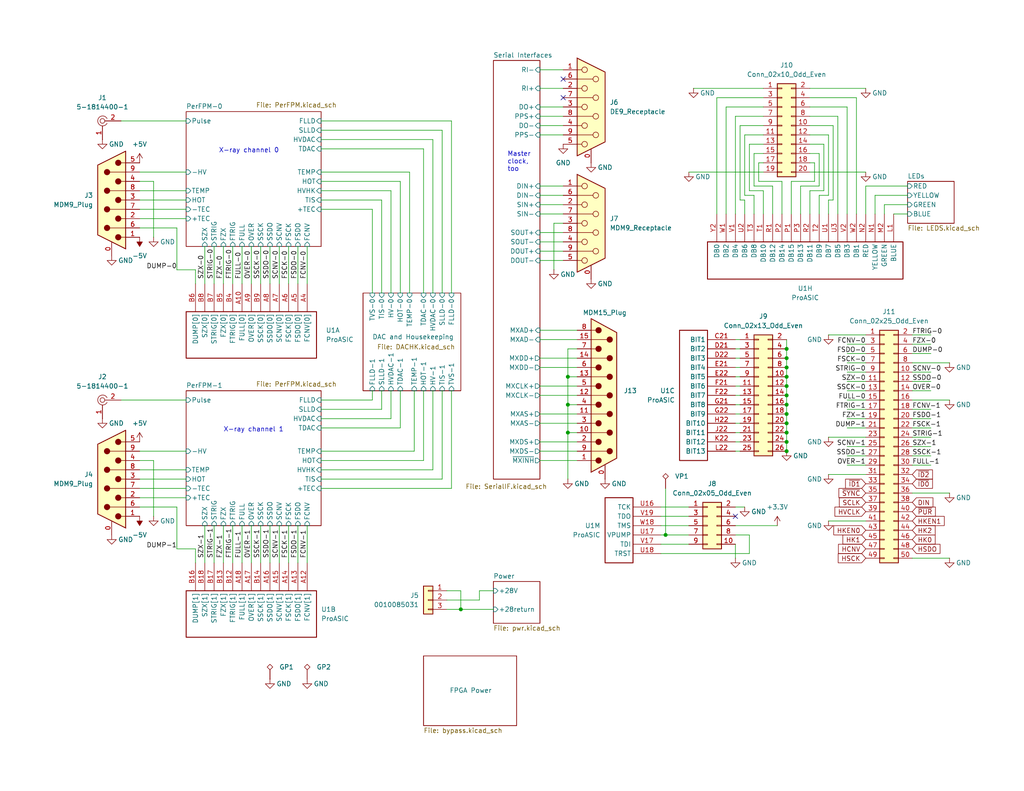
<source format=kicad_sch>
(kicad_sch (version 20231120) (generator "eeschema") (generator_version "8.0")
  (paper "USLetter")
  (title_block (title "QuERI MPU") (date "2024-07-10") (rev "Draft") (company "Noqsi Aerospace Ltd") (comment 1 "15 Blanchard Avenue, Billerica MA 01821") (comment 2 "jpd@noqsi.com"))
  (junction (at 154.94 110.49))
  (junction (at 214.63 115.57))
  (junction (at 214.63 110.49))
  (junction (at 214.63 113.03))
  (junction (at 154.94 118.11))
  (junction (at 214.63 120.65))
  (junction (at 214.63 102.87))
  (junction (at 214.63 95.25))
  (junction (at 214.63 123.19))
  (junction (at 154.94 102.87))
  (junction (at 214.63 105.41))
  (junction (at 214.63 107.95))
  (junction (at 181.61 146.05))
  (junction (at 214.63 100.33))
  (junction (at 125.73 166.37))
  (junction (at 214.63 118.11))
  (junction (at 214.63 97.79))
  (no_connect (at 153.67 26.67))
  (no_connect (at 200.66 140.97))
  (no_connect (at 153.67 21.59))
  (wire (pts (xy 201.93 120.65) (xy 200.66 120.65)))
  (wire (pts (xy 109.22 80.01) (xy 109.22 49.53)))
  (wire (pts (xy 38.1 57.15) (xy 50.8 57.15)))
  (wire (pts (xy 71.12 67.31) (xy 71.12 77.47)))
  (wire (pts (xy 201.93 54.61) (xy 201.93 34.29)))
  (wire (pts (xy 201.93 115.57) (xy 200.66 115.57)))
  (wire (pts (xy 203.2 53.34) (xy 203.2 36.83)))
  (wire (pts (xy 125.73 161.29) (xy 125.73 166.37)))
  (wire (pts (xy 180.34 143.51) (xy 187.96 143.51)))
  (wire (pts (xy 198.12 58.42) (xy 198.12 29.21)))
  (wire (pts (xy 236.22 96.52) (xy 231.14 96.52)))
  (wire (pts (xy 38.1 46.99) (xy 50.8 46.99)))
  (wire (pts (xy 87.63 128.27) (xy 118.11 128.27)))
  (wire (pts (xy 201.93 34.29) (xy 208.28 34.29)))
  (wire (pts (xy 226.06 142.24) (xy 236.22 142.24)))
  (wire (pts (xy 236.22 121.92) (xy 231.14 121.92)))
  (wire (pts (xy 87.63 130.81) (xy 120.65 130.81)))
  (wire (pts (xy 48.26 138.43) (xy 48.26 149.86)))
  (wire (pts (xy 180.34 138.43) (xy 187.96 138.43)))
  (wire (pts (xy 236.22 104.14) (xy 231.14 104.14)))
  (wire (pts (xy 205.74 50.8) (xy 205.74 41.91)))
  (wire (pts (xy 248.92 116.84) (xy 254 116.84)))
  (wire (pts (xy 153.67 60.96) (xy 151.13 60.96)))
  (wire (pts (xy 228.6 58.42) (xy 228.6 31.75)))
  (wire (pts (xy 223.52 58.42) (xy 223.52 53.34)))
  (wire (pts (xy 106.68 114.3) (xy 106.68 106.68)))
  (wire (pts (xy 111.76 80.01) (xy 111.76 46.99)))
  (wire (pts (xy 208.28 44.45) (xy 207.01 44.45)))
  (wire (pts (xy 147.32 24.13) (xy 153.67 24.13)))
  (wire (pts (xy 38.1 54.61) (xy 50.8 54.61)))
  (wire (pts (xy 248.92 93.98) (xy 254 93.98)))
  (wire (pts (xy 147.32 115.57) (xy 157.48 115.57)))
  (wire (pts (xy 53.34 149.86) (xy 48.26 149.86)))
  (wire (pts (xy 60.96 143.51) (xy 60.96 153.67)))
  (wire (pts (xy 248.92 124.46) (xy 254 124.46)))
  (wire (pts (xy 205.74 58.42) (xy 205.74 53.34)))
  (wire (pts (xy 233.68 26.67) (xy 220.98 26.67)))
  (wire (pts (xy 223.52 41.91) (xy 220.98 41.91)))
  (wire (pts (xy 203.2 54.61) (xy 201.93 54.61)))
  (wire (pts (xy 81.28 143.51) (xy 81.28 153.67)))
  (wire (pts (xy 63.5 143.51) (xy 63.5 153.67)))
  (wire (pts (xy 154.94 102.87) (xy 157.48 102.87)))
  (wire (pts (xy 223.52 50.8) (xy 223.52 41.91)))
  (wire (pts (xy 210.82 50.8) (xy 205.74 50.8)))
  (wire (pts (xy 106.68 52.07) (xy 87.63 52.07)))
  (wire (pts (xy 236.22 93.98) (xy 231.14 93.98)))
  (wire (pts (xy 154.94 118.11) (xy 157.48 118.11)))
  (wire (pts (xy 55.88 143.51) (xy 55.88 153.67)))
  (wire (pts (xy 83.82 67.31) (xy 83.82 77.47)))
  (wire (pts (xy 115.57 40.64) (xy 87.63 40.64)))
  (wire (pts (xy 87.63 123.19) (xy 113.03 123.19)))
  (wire (pts (xy 147.32 50.8) (xy 153.67 50.8)))
  (wire (pts (xy 236.22 106.68) (xy 231.14 106.68)))
  (wire (pts (xy 147.32 36.83) (xy 153.67 36.83)))
  (wire (pts (xy 53.34 73.66) (xy 53.34 77.47)))
  (wire (pts (xy 154.94 95.25) (xy 157.48 95.25)))
  (wire (pts (xy 200.66 31.75) (xy 208.28 31.75)))
  (wire (pts (xy 226.06 53.34) (xy 226.06 36.83)))
  (wire (pts (xy 151.13 60.96) (xy 151.13 73.66)))
  (wire (pts (xy 78.74 143.51) (xy 78.74 153.67)))
  (wire (pts (xy 154.94 118.11) (xy 154.94 130.81)))
  (wire (pts (xy 118.11 38.1) (xy 87.63 38.1)))
  (wire (pts (xy 236.22 99.06) (xy 231.14 99.06)))
  (wire (pts (xy 147.32 66.04) (xy 153.67 66.04)))
  (wire (pts (xy 236.22 124.46) (xy 231.14 124.46)))
  (wire (pts (xy 66.04 143.51) (xy 66.04 153.67)))
  (wire (pts (xy 48.26 62.23) (xy 48.26 73.66)))
  (wire (pts (xy 125.73 166.37) (xy 134.62 166.37)))
  (wire (pts (xy 236.22 114.3) (xy 231.14 114.3)))
  (wire (pts (xy 120.65 130.81) (xy 120.65 106.68)))
  (wire (pts (xy 154.94 102.87) (xy 154.94 95.25)))
  (wire (pts (xy 220.98 58.42) (xy 220.98 52.07)))
  (wire (pts (xy 53.34 73.66) (xy 48.26 73.66)))
  (wire (pts (xy 236.22 58.42) (xy 236.22 50.8)))
  (wire (pts (xy 189.23 24.13) (xy 208.28 24.13)))
  (wire (pts (xy 83.82 143.51) (xy 83.82 153.67)))
  (wire (pts (xy 78.74 67.31) (xy 78.74 77.47)))
  (wire (pts (xy 214.63 92.71) (xy 214.63 95.25)))
  (wire (pts (xy 226.06 58.42) (xy 226.06 54.61)))
  (wire (pts (xy 121.92 166.37) (xy 125.73 166.37)))
  (wire (pts (xy 214.63 100.33) (xy 214.63 102.87)))
  (wire (pts (xy 181.61 146.05) (xy 187.96 146.05)))
  (wire (pts (xy 104.14 54.61) (xy 87.63 54.61)))
  (wire (pts (xy 236.22 24.13) (xy 220.98 24.13)))
  (wire (pts (xy 248.92 104.14) (xy 254 104.14)))
  (wire (pts (xy 113.03 123.19) (xy 113.03 106.68)))
  (wire (pts (xy 120.65 80.01) (xy 120.65 35.56)))
  (wire (pts (xy 233.68 58.42) (xy 233.68 26.67)))
  (wire (pts (xy 38.1 123.19) (xy 50.8 123.19)))
  (wire (pts (xy 248.92 114.3) (xy 254 114.3)))
  (wire (pts (xy 147.32 31.75) (xy 153.67 31.75)))
  (wire (pts (xy 147.32 92.71) (xy 157.48 92.71)))
  (wire (pts (xy 248.92 106.68) (xy 254 106.68)))
  (wire (pts (xy 187.96 46.99) (xy 208.28 46.99)))
  (wire (pts (xy 208.28 58.42) (xy 208.28 52.07)))
  (wire (pts (xy 63.5 67.31) (xy 63.5 77.47)))
  (wire (pts (xy 87.63 116.84) (xy 109.22 116.84)))
  (wire (pts (xy 214.63 115.57) (xy 214.63 118.11)))
  (wire (pts (xy 147.32 63.5) (xy 153.67 63.5)))
  (wire (pts (xy 248.92 96.52) (xy 254 96.52)))
  (wire (pts (xy 147.32 107.95) (xy 157.48 107.95)))
  (wire (pts (xy 130.81 161.29) (xy 134.62 161.29)))
  (wire (pts (xy 224.79 39.37) (xy 220.98 39.37)))
  (wire (pts (xy 58.42 67.31) (xy 58.42 77.47)))
  (wire (pts (xy 201.93 92.71) (xy 200.66 92.71)))
  (wire (pts (xy 204.47 39.37) (xy 208.28 39.37)))
  (wire (pts (xy 41.91 140.97) (xy 41.91 125.73)))
  (wire (pts (xy 76.2 67.31) (xy 76.2 77.47)))
  (wire (pts (xy 223.52 53.34) (xy 226.06 53.34)))
  (wire (pts (xy 87.63 133.35) (xy 123.19 133.35)))
  (wire (pts (xy 195.58 26.67) (xy 208.28 26.67)))
  (wire (pts (xy 236.22 46.99) (xy 220.98 46.99)))
  (wire (pts (xy 181.61 133.35) (xy 181.61 146.05)))
  (wire (pts (xy 220.98 52.07) (xy 224.79 52.07)))
  (wire (pts (xy 147.32 123.19) (xy 157.48 123.19)))
  (wire (pts (xy 195.58 58.42) (xy 195.58 26.67)))
  (wire (pts (xy 214.63 120.65) (xy 214.63 123.19)))
  (wire (pts (xy 87.63 114.3) (xy 106.68 114.3)))
  (wire (pts (xy 38.1 135.89) (xy 50.8 135.89)))
  (wire (pts (xy 203.2 36.83) (xy 208.28 36.83)))
  (wire (pts (xy 210.82 58.42) (xy 210.82 50.8)))
  (wire (pts (xy 118.11 80.01) (xy 118.11 38.1)))
  (wire (pts (xy 147.32 55.88) (xy 153.67 55.88)))
  (wire (pts (xy 87.63 109.22) (xy 101.6 109.22)))
  (wire (pts (xy 33.02 33.02) (xy 50.8 33.02)))
  (wire (pts (xy 201.93 95.25) (xy 200.66 95.25)))
  (wire (pts (xy 71.12 143.51) (xy 71.12 153.67)))
  (wire (pts (xy 226.06 54.61) (xy 227.33 54.61)))
  (wire (pts (xy 147.32 120.65) (xy 157.48 120.65)))
  (wire (pts (xy 201.93 100.33) (xy 200.66 100.33)))
  (wire (pts (xy 204.47 52.07) (xy 204.47 39.37)))
  (wire (pts (xy 147.32 100.33) (xy 157.48 100.33)))
  (wire (pts (xy 147.32 97.79) (xy 157.48 97.79)))
  (wire (pts (xy 104.14 80.01) (xy 104.14 54.61)))
  (wire (pts (xy 154.94 110.49) (xy 157.48 110.49)))
  (wire (pts (xy 236.22 50.8) (xy 247.65 50.8)))
  (wire (pts (xy 207.01 49.53) (xy 213.36 49.53)))
  (wire (pts (xy 41.91 125.73) (xy 38.1 125.73)))
  (wire (pts (xy 147.32 58.42) (xy 153.67 58.42)))
  (wire (pts (xy 201.93 110.49) (xy 200.66 110.49)))
  (wire (pts (xy 201.93 102.87) (xy 200.66 102.87)))
  (wire (pts (xy 198.12 29.21) (xy 208.28 29.21)))
  (wire (pts (xy 87.63 125.73) (xy 115.57 125.73)))
  (wire (pts (xy 58.42 143.51) (xy 58.42 153.67)))
  (wire (pts (xy 200.66 152.4) (xy 200.66 148.59)))
  (wire (pts (xy 147.32 34.29) (xy 153.67 34.29)))
  (wire (pts (xy 109.22 49.53) (xy 87.63 49.53)))
  (wire (pts (xy 180.34 140.97) (xy 187.96 140.97)))
  (wire (pts (xy 101.6 57.15) (xy 87.63 57.15)))
  (wire (pts (xy 147.32 71.12) (xy 153.67 71.12)))
  (wire (pts (xy 66.04 67.31) (xy 66.04 77.47)))
  (wire (pts (xy 204.47 151.13) (xy 204.47 146.05)))
  (wire (pts (xy 147.32 29.21) (xy 153.67 29.21)))
  (wire (pts (xy 115.57 125.73) (xy 115.57 106.68)))
  (wire (pts (xy 214.63 118.11) (xy 214.63 120.65)))
  (wire (pts (xy 236.22 127) (xy 231.14 127)))
  (wire (pts (xy 218.44 50.8) (xy 223.52 50.8)))
  (wire (pts (xy 222.25 44.45) (xy 220.98 44.45)))
  (wire (pts (xy 236.22 111.76) (xy 231.14 111.76)))
  (wire (pts (xy 111.76 46.99) (xy 87.63 46.99)))
  (wire (pts (xy 201.93 107.95) (xy 200.66 107.95)))
  (wire (pts (xy 236.22 101.6) (xy 231.14 101.6)))
  (wire (pts (xy 180.34 151.13) (xy 204.47 151.13)))
  (wire (pts (xy 154.94 110.49) (xy 154.94 102.87)))
  (wire (pts (xy 60.96 67.31) (xy 60.96 77.47)))
  (wire (pts (xy 120.65 35.56) (xy 87.63 35.56)))
  (wire (pts (xy 259.08 99.06) (xy 248.92 99.06)))
  (wire (pts (xy 76.2 143.51) (xy 76.2 153.67)))
  (wire (pts (xy 222.25 49.53) (xy 222.25 44.45)))
  (wire (pts (xy 147.32 105.41) (xy 157.48 105.41)))
  (wire (pts (xy 226.06 36.83) (xy 220.98 36.83)))
  (wire (pts (xy 201.93 118.11) (xy 200.66 118.11)))
  (wire (pts (xy 147.32 90.17) (xy 157.48 90.17)))
  (wire (pts (xy 87.63 111.76) (xy 104.14 111.76)))
  (wire (pts (xy 123.19 80.01) (xy 123.19 33.02)))
  (wire (pts (xy 121.92 163.83) (xy 130.81 163.83)))
  (wire (pts (xy 201.93 105.41) (xy 200.66 105.41)))
  (wire (pts (xy 121.92 161.29) (xy 125.73 161.29)))
  (wire (pts (xy 38.1 59.69) (xy 50.8 59.69)))
  (wire (pts (xy 147.32 113.03) (xy 157.48 113.03)))
  (wire (pts (xy 41.91 49.53) (xy 38.1 49.53)))
  (wire (pts (xy 236.22 109.22) (xy 231.14 109.22)))
  (wire (pts (xy 147.32 19.05) (xy 153.67 19.05)))
  (wire (pts (xy 201.93 97.79) (xy 200.66 97.79)))
  (wire (pts (xy 154.94 118.11) (xy 154.94 110.49)))
  (wire (pts (xy 201.93 113.03) (xy 200.66 113.03)))
  (wire (pts (xy 214.63 97.79) (xy 214.63 100.33)))
  (wire (pts (xy 38.1 130.81) (xy 50.8 130.81)))
  (wire (pts (xy 130.81 163.83) (xy 130.81 161.29)))
  (wire (pts (xy 38.1 133.35) (xy 50.8 133.35)))
  (wire (pts (xy 248.92 127) (xy 254 127)))
  (wire (pts (xy 208.28 52.07) (xy 204.47 52.07)))
  (wire (pts (xy 109.22 116.84) (xy 109.22 106.68)))
  (wire (pts (xy 259.08 109.22) (xy 248.92 109.22)))
  (wire (pts (xy 207.01 44.45) (xy 207.01 49.53)))
  (wire (pts (xy 115.57 80.01) (xy 115.57 40.64)))
  (wire (pts (xy 236.22 116.84) (xy 231.14 116.84)))
  (wire (pts (xy 203.2 138.43) (xy 200.66 138.43)))
  (wire (pts (xy 205.74 53.34) (xy 203.2 53.34)))
  (wire (pts (xy 123.19 33.02) (xy 87.63 33.02)))
  (wire (pts (xy 214.63 113.03) (xy 214.63 115.57)))
  (wire (pts (xy 38.1 128.27) (xy 50.8 128.27)))
  (wire (pts (xy 224.79 52.07) (xy 224.79 39.37)))
  (wire (pts (xy 203.2 58.42) (xy 203.2 54.61)))
  (wire (pts (xy 231.14 29.21) (xy 220.98 29.21)))
  (wire (pts (xy 241.3 58.42) (xy 241.3 55.88)))
  (wire (pts (xy 215.9 58.42) (xy 215.9 49.53)))
  (wire (pts (xy 214.63 102.87) (xy 214.63 105.41)))
  (wire (pts (xy 215.9 49.53) (xy 222.25 49.53)))
  (wire (pts (xy 248.92 101.6) (xy 254 101.6)))
  (wire (pts (xy 33.02 109.22) (xy 50.8 109.22)))
  (wire (pts (xy 101.6 106.68) (xy 101.6 109.22)))
  (wire (pts (xy 200.66 58.42) (xy 200.66 31.75)))
  (wire (pts (xy 214.63 105.41) (xy 214.63 107.95)))
  (wire (pts (xy 243.84 58.42) (xy 247.65 58.42)))
  (wire (pts (xy 147.32 125.73) (xy 157.48 125.73)))
  (wire (pts (xy 214.63 107.95) (xy 214.63 110.49)))
  (wire (pts (xy 123.19 133.35) (xy 123.19 106.68)))
  (wire (pts (xy 38.1 52.07) (xy 50.8 52.07)))
  (wire (pts (xy 73.66 67.31) (xy 73.66 77.47)))
  (wire (pts (xy 41.91 64.77) (xy 41.91 49.53)))
  (wire (pts (xy 228.6 31.75) (xy 220.98 31.75)))
  (wire (pts (xy 201.93 123.19) (xy 200.66 123.19)))
  (wire (pts (xy 248.92 111.76) (xy 254 111.76)))
  (wire (pts (xy 248.92 121.92) (xy 254 121.92)))
  (wire (pts (xy 68.58 143.51) (xy 68.58 153.67)))
  (wire (pts (xy 48.26 62.23) (xy 38.1 62.23)))
  (wire (pts (xy 204.47 146.05) (xy 200.66 146.05)))
  (wire (pts (xy 248.92 91.44) (xy 254 91.44)))
  (wire (pts (xy 226.06 91.44) (xy 236.22 91.44)))
  (wire (pts (xy 104.14 111.76) (xy 104.14 106.68)))
  (wire (pts (xy 241.3 55.88) (xy 247.65 55.88)))
  (wire (pts (xy 73.66 143.51) (xy 73.66 153.67)))
  (wire (pts (xy 101.6 80.01) (xy 101.6 57.15)))
  (wire (pts (xy 227.33 34.29) (xy 220.98 34.29)))
  (wire (pts (xy 213.36 49.53) (xy 213.36 58.42)))
  (wire (pts (xy 53.34 149.86) (xy 53.34 153.67)))
  (wire (pts (xy 259.08 152.4) (xy 248.92 152.4)))
  (wire (pts (xy 180.34 146.05) (xy 181.61 146.05)))
  (wire (pts (xy 226.06 129.54) (xy 236.22 129.54)))
  (wire (pts (xy 214.63 95.25) (xy 214.63 97.79)))
  (wire (pts (xy 205.74 41.91) (xy 208.28 41.91)))
  (wire (pts (xy 218.44 58.42) (xy 218.44 50.8)))
  (wire (pts (xy 248.92 119.38) (xy 254 119.38)))
  (wire (pts (xy 259.08 134.62) (xy 248.92 134.62)))
  (wire (pts (xy 214.63 110.49) (xy 214.63 113.03)))
  (wire (pts (xy 48.26 138.43) (xy 38.1 138.43)))
  (wire (pts (xy 118.11 128.27) (xy 118.11 106.68)))
  (wire (pts (xy 238.76 53.34) (xy 247.65 53.34)))
  (wire (pts (xy 238.76 58.42) (xy 238.76 53.34)))
  (wire (pts (xy 106.68 80.01) (xy 106.68 52.07)))
  (wire (pts (xy 147.32 68.58) (xy 153.67 68.58)))
  (wire (pts (xy 180.34 148.59) (xy 187.96 148.59)))
  (wire (pts (xy 226.06 119.38) (xy 236.22 119.38)))
  (wire (pts (xy 147.32 53.34) (xy 153.67 53.34)))
  (wire (pts (xy 55.88 67.31) (xy 55.88 77.47)))
  (wire (pts (xy 68.58 67.31) (xy 68.58 77.47)))
  (wire (pts (xy 231.14 58.42) (xy 231.14 29.21)))
  (wire (pts (xy 81.28 67.31) (xy 81.28 77.47)))
  (wire (pts (xy 212.09 143.51) (xy 200.66 143.51)))
  (wire (pts (xy 227.33 54.61) (xy 227.33 34.29)))
  (text "X-ray channel 0\n" (at 59.69 41.91 0) (effects (font (size 1.27 1.27)) (justify left bottom)))
  (text "X-ray channel 1" (at 60.96 118.11 0) (effects (font (size 1.27 1.27)) (justify left bottom)))
  (text "Master\nclock,\ntoo" (at 138.43 46.99 0) (effects (font (size 1.27 1.27)) (justify left bottom)))
  (label "FULL-1" (at 248.92 127 0))
  (label "DUMP-1" (at 236.22 116.84 180))
  (label "FTRIG-1" (at 63.5 152.4 90))
  (label "SSDO-0" (at 248.92 104.14 0))
  (label "SSCK-1" (at 71.12 152.4 90))
  (label "SCNV-0" (at 76.2 76.2 90))
  (label "SCNV-1" (at 236.22 121.92 180))
  (label "FCNV-1" (at 83.82 152.4 90))
  (label "SSCK-0" (at 71.12 76.2 90))
  (label "STRIG-0" (at 58.42 76.2 90))
  (label "FTRIG-0" (at 248.92 91.44 0))
  (label "SZX-0" (at 55.88 76.2 90))
  (label "FULL-0" (at 66.04 76.2 90))
  (label "FSCK-0" (at 78.74 76.2 90))
  (label "FULL-0" (at 236.22 109.22 180))
  (label "FZX-1" (at 236.22 114.3 180))
  (label "SZX-1" (at 248.92 121.92 0))
  (label "FCNV-0" (at 83.82 76.2 90))
  (label "SSDO-0" (at 73.66 76.2 90))
  (label "FCNV-1" (at 248.92 111.76 0))
  (label "OVER-1" (at 236.22 127 180))
  (label "SSCK-0" (at 236.22 106.68 180))
  (label "FZX-0" (at 60.96 76.2 90))
  (label "SCNV-0" (at 248.92 101.6 0))
  (label "FSCK-0" (at 236.22 99.06 180))
  (label "SCNV-1" (at 76.2 152.4 90))
  (label "OVER-0" (at 248.92 106.68 0))
  (label "FZX-0" (at 248.92 93.98 0))
  (label "FSDO-1" (at 248.92 114.3 0))
  (label "FZX-1" (at 60.96 152.4 90))
  (label "SZX-0" (at 236.22 104.14 180))
  (label "FSCK-1" (at 78.74 152.4 90))
  (label "STRIG-1" (at 248.92 119.38 0))
  (label "DUMP-1" (at 48.26 149.86 180))
  (label "OVER-0" (at 68.58 76.2 90))
  (label "FTRIG-0" (at 63.5 76.2 90))
  (label "FSDO-0" (at 236.22 96.52 180))
  (label "STRIG-0" (at 236.22 101.6 180))
  (label "OVER-1" (at 68.58 152.4 90))
  (label "SZX-1" (at 55.88 152.4 90))
  (label "FSCK-1" (at 248.92 116.84 0))
  (label "FTRIG-1" (at 236.22 111.76 180))
  (label "FSDO-0" (at 81.28 76.2 90))
  (label "FCNV-0" (at 236.22 93.98 180))
  (label "SSDO-1" (at 73.66 152.4 90))
  (label "FSDO-1" (at 81.28 152.4 90))
  (label "FULL-1" (at 66.04 152.4 90))
  (label "DUMP-0" (at 248.92 96.52 0))
  (label "STRIG-1" (at 58.42 152.4 90))
  (label "SSCK-1" (at 248.92 124.46 0))
  (label "DUMP-0" (at 48.26 73.66 180))
  (label "SSDO-1" (at 236.22 124.46 180))
  (global_label "HCNV" (shape input) (at 236.22 149.86 180) (property "Intersheetrefs" "${INTERSHEET_REFS}" (effects (hide yes))))
  (global_label "DIN" (shape input) (at 248.92 137.16 0) (property "Intersheetrefs" "${INTERSHEET_REFS}" (effects (hide yes))))
  (global_label "HK1" (shape input) (at 236.22 147.32 180) (property "Intersheetrefs" "${INTERSHEET_REFS}" (effects (hide yes))))
  (global_label "~{ID0}" (shape input) (at 248.92 132.08 0) (property "Intersheetrefs" "${INTERSHEET_REFS}" (effects (hide yes))))
  (global_label "HK0" (shape input) (at 248.92 147.32 0) (property "Intersheetrefs" "${INTERSHEET_REFS}" (effects (hide yes))))
  (global_label "HKEN1" (shape input) (at 248.92 142.24 0) (property "Intersheetrefs" "${INTERSHEET_REFS}" (effects (hide yes))))
  (global_label "SCLK" (shape input) (at 236.22 137.16 180) (property "Intersheetrefs" "${INTERSHEET_REFS}" (effects (hide yes))))
  (global_label "~{SYNC}" (shape input) (at 236.22 134.62 180) (property "Intersheetrefs" "${INTERSHEET_REFS}" (effects (hide yes))))
  (global_label "HVCLK" (shape input) (at 236.22 139.7 180) (property "Intersheetrefs" "${INTERSHEET_REFS}" (effects (hide yes))))
  (global_label "HSCK" (shape input) (at 236.22 152.4 180) (property "Intersheetrefs" "${INTERSHEET_REFS}" (effects (hide yes))))
  (global_label "~{ID1}" (shape input) (at 236.22 132.08 180) (property "Intersheetrefs" "${INTERSHEET_REFS}" (effects (hide yes))))
  (global_label "HSDO" (shape input) (at 248.92 149.86 0) (property "Intersheetrefs" "${INTERSHEET_REFS}" (effects (hide yes))))
  (global_label "~{ID2}" (shape input) (at 248.92 129.54 0) (property "Intersheetrefs" "${INTERSHEET_REFS}" (effects (hide yes))))
  (global_label "HK2" (shape input) (at 248.92 144.78 0) (property "Intersheetrefs" "${INTERSHEET_REFS}" (effects (hide yes))))
  (global_label "~{PUR}" (shape input) (at 248.92 139.7 0) (property "Intersheetrefs" "${INTERSHEET_REFS}" (effects (hide yes))))
  (global_label "HKEN0" (shape input) (at 236.22 144.78 180) (property "Intersheetrefs" "${INTERSHEET_REFS}" (effects (hide yes))))
  (symbol (lib_id "dk_Coax:5-1814400-1") (at 27.94 109.22 0) (unit 1)
    (property "Reference" "J2" (at 27.9399 102.87 0))
    (property "Value" "5-1814400-1" (at 27.9399 105.41 0))
    (property "Footprint" "digikey-footprints:RF_SMA_RightAngle_5-1814400-1" (effects (hide yes)))
    (property "Datasheet" "https://www.te.com/commerce/DocumentDelivery/DDEController?Action=srchrtrv&DocNm=1814400&DocType=Customer+Drawing&DocLang=English" (effects (hide yes)))
    (property "Description" "CONN SMA JACK R/A 50 OHM PCB" (effects (hide yes)))
    (property "Digi-Key_PN" "A97593-ND" (effects (hide yes)))
    (property "MPN" "5-1814400-1" (effects (hide yes)))
    (property "Category" "Connectors, Interconnects" (effects (hide yes)))
    (property "Family" "Coaxial Connectors (RF)" (effects (hide yes)))
    (property "DK_Datasheet_Link" "https://www.te.com/commerce/DocumentDelivery/DDEController?Action=srchrtrv&DocNm=1814400&DocType=Customer+Drawing&DocLang=English" (effects (hide yes)))
    (property "DK_Detail_Page" "/product-detail/en/te-connectivity-amp-connectors/5-1814400-1/A97593-ND/1755981" (effects (hide yes)))
    (property "Manufacturer" "TE Connectivity AMP Connectors" (effects (hide yes)))
    (property "Status" "Active" (effects (hide yes)))
    (property "Description_1" "CONN SMA JACK R/A 50 OHM PCB" (effects (hide yes)))
  )
  (symbol (lib_id "power:GND") (at 259.08 109.22 0) (unit 1)
    (property "Reference" "#PWR026" (effects (hide yes)))
    (property "Value" "GND" (at 262.89 110.49 0))
    (property "Description" "Power symbol creates a global label with name \"GND\" , ground" (effects (hide yes)))
  )
  (symbol (lib_id "power:GND") (at 200.66 152.4 0) (unit 1)
    (property "Reference" "#PWR015" (effects (hide yes)))
    (property "Value" "GND" (at 204.47 153.67 0))
    (property "Description" "Power symbol creates a global label with name \"GND\" , ground" (effects (hide yes)))
  )
  (symbol (lib_id "QuERI_FPGA:ProASIC") (at 83.82 153.67 270) (unit 2)
    (property "Reference" "U1" (at 87.63 166.3699 90) (effects (justify left)))
    (property "Value" "ProASIC" (at 87.63 168.9099 90) (effects (justify left)))
    (property "Footprint" "Package_BGA:BGA-484_23.0x23.0mm_Layout22x22_P1.0mm" (effects (hide yes)))
    (property "Datasheet" "https://www.microsemi.com/document-portal/doc_download/130701-ds0098-proasic3e-flash-family-fpgas-datasheet" (effects (hide yes)))
    (property "Description" "	A3PE3000-FGG484" (effects (hide yes)))
    (property "manf#" "A3PE3000-FGG484" (effects (hide yes)))
    (property "desc" "FPGA" (effects (hide yes)))
  )
  (symbol (lib_id "power:GND") (at 165.1 130.81 0) (unit 1)
    (property "Reference" "#PWR09" (effects (hide yes)))
    (property "Value" "GND" (at 168.91 132.08 0))
    (property "Description" "Power symbol creates a global label with name \"GND\" , ground" (effects (hide yes)))
  )
  (symbol (lib_id "power:GND") (at 30.48 146.05 0) (unit 1)
    (property "Reference" "#PWR0339" (effects (hide yes)))
    (property "Value" "GND" (at 34.29 147.32 0))
    (property "Description" "Power symbol creates a global label with name \"GND\" , ground" (effects (hide yes)))
  )
  (symbol (lib_id "QuERI_symbols:TestPoint_Alt") (at 83.82 185.42 0) (unit 1)
    (property "Reference" "GP2" (at 86.36 182.1179 0) (effects (justify left)))
    (property "Value" "TestPoint_Alt" (effects (hide yes)))
    (property "Footprint" "TestPoint:TestPoint_Keystone_5015_Micro-Minature" (effects (hide yes)))
    (property "Description" "test point (alternative shape)" (effects (hide yes)))
  )
  (symbol (lib_id "power:-5V") (at 38.1 64.77 0) (mirror x) (unit 1)
    (property "Reference" "#PWR04" (effects (hide yes)))
    (property "Value" "-5V" (at 38.1 69.85 0))
    (property "Description" "Power symbol creates a global label with name \"-5V\"" (effects (hide yes)))
  )
  (symbol (lib_id "power:GND") (at 161.29 44.45 0) (unit 1)
    (property "Reference" "#PWR0337" (effects (hide yes)))
    (property "Value" "GND" (at 165.1 45.72 0))
    (property "Description" "Power symbol creates a global label with name \"GND\" , ground" (effects (hide yes)))
  )
  (symbol (lib_id "power:GND") (at 214.63 123.19 0) (unit 1)
    (property "Reference" "#PWR018" (effects (hide yes)))
    (property "Value" "GND" (at 218.44 124.46 0))
    (property "Description" "Power symbol creates a global label with name \"GND\" , ground" (effects (hide yes)))
  )
  (symbol (lib_id "power:GND") (at 236.22 46.99 0) (unit 1)
    (property "Reference" "#PWR024" (effects (hide yes)))
    (property "Value" "GND" (at 240.03 48.26 0))
    (property "Description" "Power symbol creates a global label with name \"GND\" , ground" (effects (hide yes)))
  )
  (symbol (lib_id "Connector_Generic:Conn_02x13_Odd_Even") (at 207.01 107.95 0) (unit 1)
    (property "Reference" "J9" (at 208.28 86.36 0))
    (property "Value" "Conn_02x13_Odd_Even" (at 208.28 88.9 0))
    (property "Footprint" "Connector_PinHeader_2.54mm:PinHeader_2x13_P2.54mm_Vertical" (effects (hide yes)))
    (property "Description" "Generic connector, double row, 02x13, odd/even pin numbering scheme (row 1 odd numbers, row 2 even numbers), script generated (kicad-library-utils/schlib/autogen/connector/)" (effects (hide yes)))
  )
  (symbol (lib_id "power:GND") (at 226.06 142.24 0) (mirror y) (unit 1)
    (property "Reference" "#PWR022" (effects (hide yes)))
    (property "Value" "GND" (at 222.25 143.51 0))
    (property "Description" "Power symbol creates a global label with name \"GND\" , ground" (effects (hide yes)))
  )
  (symbol (lib_id "QuERI_FPGA:ProASIC") (at 83.82 77.47 270) (unit 1)
    (property "Reference" "U1" (at 88.9 90.1699 90) (effects (justify left)))
    (property "Value" "ProASIC" (at 88.9 92.7099 90) (effects (justify left)))
    (property "Footprint" "Package_BGA:BGA-484_23.0x23.0mm_Layout22x22_P1.0mm" (effects (hide yes)))
    (property "Datasheet" "https://www.microsemi.com/document-portal/doc_download/130701-ds0098-proasic3e-flash-family-fpgas-datasheet" (effects (hide yes)))
    (property "Description" "	A3PE3000-FGG484" (effects (hide yes)))
    (property "desc" "FPGA" (effects (hide yes)))
    (property "manf#" "A3PE3000-FGG484" (effects (hide yes)))
  )
  (symbol (lib_id "power:GND") (at 73.66 185.42 0) (unit 1)
    (property "Reference" "#PWR0345" (effects (hide yes)))
    (property "Value" "GND" (at 77.47 186.69 0))
    (property "Description" "Power symbol creates a global label with name \"GND\" , ground" (effects (hide yes)))
  )
  (symbol (lib_id "QuERI_symbols:TestPoint_Alt") (at 73.66 185.42 0) (unit 1)
    (property "Reference" "GP1" (at 76.2 182.1179 0) (effects (justify left)))
    (property "Value" "TestPoint_Alt" (effects (hide yes)))
    (property "Footprint" "TestPoint:TestPoint_Keystone_5015_Micro-Minature" (effects (hide yes)))
    (property "Description" "test point (alternative shape)" (effects (hide yes)))
  )
  (symbol (lib_id "power:-5V") (at 38.1 140.97 0) (mirror x) (unit 1)
    (property "Reference" "#PWR06" (effects (hide yes)))
    (property "Value" "-5V" (at 38.1 146.05 0))
    (property "Description" "Power symbol creates a global label with name \"-5V\"" (effects (hide yes)))
  )
  (symbol (lib_id "power:GND") (at 226.06 129.54 0) (mirror y) (unit 1)
    (property "Reference" "#PWR021" (effects (hide yes)))
    (property "Value" "GND" (at 222.25 130.81 0))
    (property "Description" "Power symbol creates a global label with name \"GND\" , ground" (effects (hide yes)))
  )
  (symbol (lib_id "power:GND") (at 236.22 24.13 0) (unit 1)
    (property "Reference" "#PWR023" (effects (hide yes)))
    (property "Value" "GND" (at 240.03 25.4 0))
    (property "Description" "Power symbol creates a global label with name \"GND\" , ground" (effects (hide yes)))
  )
  (symbol (lib_id "Connector:DE9_Plug_MountingHoles") (at 30.48 130.81 0) (mirror y) (unit 1)
    (property "Reference" "J4" (at 25.4 129.5399 0) (effects (justify left)))
    (property "Value" "MDM9_Plug" (at 25.4 132.0799 0) (effects (justify left)))
    (property "Description" "9-pin male plug pin D-SUB connector, Mounting Hole" (effects (hide yes)))
  )
  (symbol (lib_id "power:GND") (at 41.91 140.97 0) (unit 1)
    (property "Reference" "#PWR08" (effects (hide yes)))
    (property "Value" "GND" (at 45.72 142.24 0))
    (property "Description" "Power symbol creates a global label with name \"GND\" , ground" (effects (hide yes)))
  )
  (symbol (lib_id "QuERI_FPGA:ProASIC") (at 180.34 138.43 0) (mirror y) (unit 13)
    (property "Reference" "U1" (at 163.83 143.5099 0) (effects (justify left)))
    (property "Value" "ProASIC" (at 163.83 146.0499 0) (effects (justify left)))
    (property "Footprint" "Package_BGA:BGA-484_23.0x23.0mm_Layout22x22_P1.0mm" (effects (hide yes)))
    (property "Datasheet" "https://www.microsemi.com/document-portal/doc_download/130701-ds0098-proasic3e-flash-family-fpgas-datasheet" (effects (hide yes)))
    (property "Description" "	A3PE3000-FGG484" (effects (hide yes)))
    (property "desc" "FPGA" (effects (hide yes)))
    (property "manf#" "A3PE3000-FGG484" (effects (hide yes)))
  )
  (symbol (lib_id "power:GND") (at 27.94 38.1 0) (unit 1)
    (property "Reference" "#PWR01" (effects (hide yes)))
    (property "Value" "GND" (at 31.75 39.37 0))
    (property "Description" "Power symbol creates a global label with name \"GND\" , ground" (effects (hide yes)))
  )
  (symbol (lib_id "Connector:DE9_Plug_MountingHoles") (at 30.48 54.61 0) (mirror y) (unit 1)
    (property "Reference" "J3" (at 25.4 53.3399 0) (effects (justify left)))
    (property "Value" "MDM9_Plug" (at 25.4 55.8799 0) (effects (justify left)))
    (property "Description" "9-pin male plug pin D-SUB connector, Mounting Hole" (effects (hide yes)))
  )
  (symbol (lib_id "power:GND") (at 30.48 69.85 0) (unit 1)
    (property "Reference" "#PWR0338" (effects (hide yes)))
    (property "Value" "GND" (at 34.29 71.12 0))
    (property "Description" "Power symbol creates a global label with name \"GND\" , ground" (effects (hide yes)))
  )
  (symbol (lib_id "QuERI_FPGA:ProASIC") (at 195.58 58.42 90) (mirror x) (unit 8)
    (property "Reference" "U1" (at 219.71 78.74 90))
    (property "Value" "ProASIC" (at 219.71 81.28 90))
    (property "Footprint" "Package_BGA:BGA-484_23.0x23.0mm_Layout22x22_P1.0mm" (effects (hide yes)))
    (property "Datasheet" "https://www.microsemi.com/document-portal/doc_download/130701-ds0098-proasic3e-flash-family-fpgas-datasheet" (effects (hide yes)))
    (property "Description" "	A3PE3000-FGG484" (effects (hide yes)))
    (property "desc" "FPGA" (effects (hide yes)))
    (property "manf#" "A3PE3000-FGG484" (effects (hide yes)))
  )
  (symbol (lib_id "QuERI_symbols:TestPoint_Alt") (at 181.61 133.35 0) (unit 1)
    (property "Reference" "VP1" (at 184.15 130.0479 0) (effects (justify left)))
    (property "Value" "TestPoint_Alt" (effects (hide yes)))
    (property "Footprint" "TestPoint:TestPoint_Keystone_5015_Micro-Minature" (effects (hide yes)))
    (property "Description" "test point (alternative shape)" (effects (hide yes)))
  )
  (symbol (lib_id "power:GND") (at 259.08 152.4 0) (unit 1)
    (property "Reference" "#PWR028" (effects (hide yes)))
    (property "Value" "GND" (at 262.89 153.67 0))
    (property "Description" "Power symbol creates a global label with name \"GND\" , ground" (effects (hide yes)))
  )
  (symbol (lib_id "power:+5V") (at 38.1 44.45 0) (unit 1)
    (property "Reference" "#PWR03" (effects (hide yes)))
    (property "Value" "+5V" (at 38.1 39.37 0))
    (property "Description" "Power symbol creates a global label with name \"+5V\"" (effects (hide yes)))
  )
  (symbol (lib_id "power:GND") (at 189.23 24.13 0) (unit 1)
    (property "Reference" "#PWR014" (effects (hide yes)))
    (property "Value" "GND" (at 193.04 25.4 0))
    (property "Description" "Power symbol creates a global label with name \"GND\" , ground" (effects (hide yes)))
  )
  (symbol (lib_id "power:GND") (at 259.08 99.06 0) (unit 1)
    (property "Reference" "#PWR025" (effects (hide yes)))
    (property "Value" "GND" (at 262.89 100.33 0))
    (property "Description" "Power symbol creates a global label with name \"GND\" , ground" (effects (hide yes)))
  )
  (symbol (lib_id "Connector_Generic:Conn_01x03") (at 116.84 163.83 0) (mirror y) (unit 1)
    (property "Reference" "J5" (at 114.3 162.5599 0) (effects (justify left)))
    (property "Value" "0010085031" (at 114.3 165.0999 0) (effects (justify left)))
    (property "Description" "Connector Header Through Hole 3 position 0.200\" (5.08mm)" (effects (hide yes)))
  )
  (symbol (lib_id "power:GND") (at 27.94 114.3 0) (unit 1)
    (property "Reference" "#PWR02" (effects (hide yes)))
    (property "Value" "GND" (at 31.75 115.57 0))
    (property "Description" "Power symbol creates a global label with name \"GND\" , ground" (effects (hide yes)))
  )
  (symbol (lib_id "power:GND") (at 203.2 138.43 0) (unit 1)
    (property "Reference" "#PWR016" (effects (hide yes)))
    (property "Value" "GND" (at 207.01 139.7 0))
    (property "Description" "Power symbol creates a global label with name \"GND\" , ground" (effects (hide yes)))
  )
  (symbol (lib_id "power:GND") (at 83.82 185.42 0) (unit 1)
    (property "Reference" "#PWR0346" (effects (hide yes)))
    (property "Value" "GND" (at 87.63 186.69 0))
    (property "Description" "Power symbol creates a global label with name \"GND\" , ground" (effects (hide yes)))
  )
  (symbol (lib_id "Connector:DA15_Plug_MountingHoles") (at 165.1 107.95 0) (unit 1)
    (property "Reference" "J13" (at 170.18 106.6799 0) (effects (justify left)))
    (property "Value" "MDM15_Plug" (at 159.004 85.344 0) (effects (justify left)))
    (property "Description" "15-pin male plug pin D-SUB connector (low-density/2 columns), Mounting Hole" (effects (hide yes)))
  )
  (symbol (lib_id "power:GND") (at 259.08 134.62 0) (unit 1)
    (property "Reference" "#PWR027" (effects (hide yes)))
    (property "Value" "GND" (at 262.89 135.89 0))
    (property "Description" "Power symbol creates a global label with name \"GND\" , ground" (effects (hide yes)))
  )
  (symbol (lib_id "power:+5V") (at 38.1 120.65 0) (unit 1)
    (property "Reference" "#PWR05" (effects (hide yes)))
    (property "Value" "+5V" (at 38.1 115.57 0))
    (property "Description" "Power symbol creates a global label with name \"+5V\"" (effects (hide yes)))
  )
  (symbol (lib_id "Connector_Generic:Conn_02x05_Odd_Even") (at 193.04 143.51 0) (unit 1)
    (property "Reference" "J8" (at 194.31 132.08 0))
    (property "Value" "Conn_02x05_Odd_Even" (at 194.31 134.62 0))
    (property "Footprint" "Connector_PinHeader_2.54mm:PinHeader_2x05_P2.54mm_Vertical" (effects (hide yes)))
    (property "Description" "Generic connector, double row, 02x05, odd/even pin numbering scheme (row 1 odd numbers, row 2 even numbers), script generated (kicad-library-utils/schlib/autogen/connector/)" (effects (hide yes)))
  )
  (symbol (lib_id "power:GND") (at 154.94 130.81 0) (unit 1)
    (property "Reference" "#PWR010" (effects (hide yes)))
    (property "Value" "GND" (at 158.75 132.08 0))
    (property "Description" "Power symbol creates a global label with name \"GND\" , ground" (effects (hide yes)))
  )
  (symbol (lib_id "power:GND") (at 187.96 46.99 0) (unit 1)
    (property "Reference" "#PWR013" (effects (hide yes)))
    (property "Value" "GND" (at 191.77 48.26 0))
    (property "Description" "Power symbol creates a global label with name \"GND\" , ground" (effects (hide yes)))
  )
  (symbol (lib_id "Connector_Generic:Conn_02x10_Odd_Even") (at 213.36 34.29 0) (unit 1)
    (property "Reference" "J10" (at 214.63 17.78 0))
    (property "Value" "Conn_02x10_Odd_Even" (at 214.63 20.32 0))
    (property "Footprint" "Connector_PinHeader_2.54mm:PinHeader_2x10_P2.54mm_Vertical" (effects (hide yes)))
    (property "Description" "Generic connector, double row, 02x10, odd/even pin numbering scheme (row 1 odd numbers, row 2 even numbers), script generated (kicad-library-utils/schlib/autogen/connector/)" (effects (hide yes)))
  )
  (symbol (lib_id "Connector:DE9_Receptacle_MountingHoles") (at 161.29 60.96 0) (unit 1)
    (property "Reference" "J7" (at 166.37 59.6899 0) (effects (justify left)))
    (property "Value" "MDM9_Receptacle" (at 166.37 62.2299 0) (effects (justify left)))
    (property "Description" "9-pin female receptacle socket D-SUB connector, Mounting Hole" (effects (hide yes)))
  )
  (symbol (lib_id "Connector:DE9_Receptacle_MountingHoles") (at 161.29 29.21 0) (unit 1)
    (property "Reference" "J6" (at 166.37 27.9399 0) (effects (justify left)))
    (property "Value" "DE9_Receptacle" (at 166.37 30.4799 0) (effects (justify left)))
    (property "Description" "9-pin female receptacle socket D-SUB connector, Mounting Hole" (effects (hide yes)))
  )
  (symbol (lib_id "power:GND") (at 151.13 73.66 0) (unit 1)
    (property "Reference" "#PWR011" (effects (hide yes)))
    (property "Value" "GND" (at 154.94 74.93 0))
    (property "Description" "Power symbol creates a global label with name \"GND\" , ground" (effects (hide yes)))
  )
  (symbol (lib_name "5-1814400-1_1") (lib_id "dk_Coax:5-1814400-1") (at 27.94 33.02 0) (unit 1)
    (property "Reference" "J1" (at 27.9399 26.67 0))
    (property "Value" "5-1814400-1" (at 27.9399 29.21 0))
    (property "Footprint" "digikey-footprints:RF_SMA_RightAngle_5-1814400-1" (effects (hide yes)))
    (property "Datasheet" "https://www.te.com/commerce/DocumentDelivery/DDEController?Action=srchrtrv&DocNm=1814400&DocType=Customer+Drawing&DocLang=English" (effects (hide yes)))
    (property "Description" "CONN SMA JACK R/A 50 OHM PCB" (effects (hide yes)))
    (property "Digi-Key_PN" "A97593-ND" (effects (hide yes)))
    (property "MPN" "5-1814400-1" (effects (hide yes)))
    (property "Category" "Connectors, Interconnects" (effects (hide yes)))
    (property "Family" "Coaxial Connectors (RF)" (effects (hide yes)))
    (property "DK_Datasheet_Link" "https://www.te.com/commerce/DocumentDelivery/DDEController?Action=srchrtrv&DocNm=1814400&DocType=Customer+Drawing&DocLang=English" (effects (hide yes)))
    (property "DK_Detail_Page" "/product-detail/en/te-connectivity-amp-connectors/5-1814400-1/A97593-ND/1755981" (effects (hide yes)))
    (property "Manufacturer" "TE Connectivity AMP Connectors" (effects (hide yes)))
    (property "Status" "Active" (effects (hide yes)))
    (property "Description_1" "CONN SMA JACK R/A 50 OHM PCB" (effects (hide yes)))
  )
  (symbol (lib_id "Connector_Generic:Conn_02x25_Odd_Even") (at 241.3 121.92 0) (unit 1)
    (property "Reference" "J11" (at 242.57 85.09 0))
    (property "Value" "Conn_02x25_Odd_Even" (at 242.57 87.63 0))
    (property "Footprint" "Connector_PinHeader_2.54mm:PinHeader_2x25_P2.54mm_Vertical" (effects (hide yes)))
    (property "Description" "Generic connector, double row, 02x25, odd/even pin numbering scheme (row 1 odd numbers, row 2 even numbers), script generated (kicad-library-utils/schlib/autogen/connector/)" (effects (hide yes)))
  )
  (symbol (lib_id "QuERI_FPGA:ProASIC") (at 200.66 92.71 0) (mirror y) (unit 3)
    (property "Reference" "U1" (at 184.15 106.68 0) (effects (justify left)))
    (property "Value" "ProASIC" (at 184.15 109.22 0) (effects (justify left)))
    (property "Footprint" "Package_BGA:BGA-484_23.0x23.0mm_Layout22x22_P1.0mm" (effects (hide yes)))
    (property "Datasheet" "https://www.microsemi.com/document-portal/doc_download/130701-ds0098-proasic3e-flash-family-fpgas-datasheet" (effects (hide yes)))
    (property "Description" "	A3PE3000-FGG484" (effects (hide yes)))
    (property "manf#" "A3PE3000-FGG484" (effects (hide yes)))
    (property "desc" "FPGA" (effects (hide yes)))
  )
  (symbol (lib_id "power:GND") (at 41.91 64.77 0) (unit 1)
    (property "Reference" "#PWR07" (effects (hide yes)))
    (property "Value" "GND" (at 45.72 66.04 0))
    (property "Description" "Power symbol creates a global label with name \"GND\" , ground" (effects (hide yes)))
  )
  (symbol (lib_id "power:GND") (at 226.06 91.44 0) (mirror y) (unit 1)
    (property "Reference" "#PWR019" (effects (hide yes)))
    (property "Value" "GND" (at 222.25 92.71 0))
    (property "Description" "Power symbol creates a global label with name \"GND\" , ground" (effects (hide yes)))
  )
  (symbol (lib_id "power:GND") (at 153.67 39.37 0) (unit 1)
    (property "Reference" "#PWR012" (effects (hide yes)))
    (property "Value" "GND" (at 153.67 44.45 0))
    (property "Description" "Power symbol creates a global label with name \"GND\" , ground" (effects (hide yes)))
  )
  (symbol (lib_id "power:GND") (at 226.06 119.38 0) (mirror y) (unit 1)
    (property "Reference" "#PWR020" (effects (hide yes)))
    (property "Value" "GND" (at 222.25 120.65 0))
    (property "Description" "Power symbol creates a global label with name \"GND\" , ground" (effects (hide yes)))
  )
  (symbol (lib_id "power:+3.3V") (at 212.09 143.51 0) (mirror y) (unit 1)
    (property "Reference" "#PWR017" (effects (hide yes)))
    (property "Value" "+3.3V" (at 212.09 138.43 0))
    (property "Description" "Power symbol creates a global label with name \"+3.3V\"" (effects (hide yes)))
  )
  (symbol (lib_id "power:GND") (at 161.29 76.2 0) (unit 1)
    (property "Reference" "#PWR0336" (effects (hide yes)))
    (property "Value" "GND" (at 165.1 77.47 0))
    (property "Description" "Power symbol creates a global label with name \"GND\" , ground" (effects (hide yes)))
  )
  (sheet (at 247.65 49.53) (size 12.7 11.43) (stroke (width 0.1524))
    (property "Sheetname" "LEDs" (at 247.65 48.8184 0) (effects (justify left bottom)))
    (property "Sheetfile" "LEDS.kicad_sch" (at 247.65 61.5446 0) (effects (justify left top)))
    (pin "RED" input (at 247.65 50.8 180))
    (pin "YELLOW" input (at 247.65 53.34 180))
    (pin "GREEN" input (at 247.65 55.88 180))
    (pin "BLUE" input (at 247.65 58.42 180))
  )
  (sheet (at 50.8 106.68) (size 36.83 36.83) (stroke (width 0.1524))
    (property "Sheetname" "PerFPM-1" (at 50.8 105.9684 0) (effects (justify left bottom)))
    (property "Sheetfile" "PerFPM.kicad_sch" (at 69.85 104.14 0) (effects (justify left top)))
    (pin "Pulse" input (at 50.8 109.22 180))
    (pin "-HV" input (at 50.8 123.19 180))
    (pin "TEMP" input (at 50.8 128.27 180))
    (pin "HOT" input (at 50.8 130.81 180))
    (pin "-TEC" input (at 50.8 133.35 180))
    (pin "+TEC" input (at 50.8 135.89 180))
    (pin "FCNV" input (at 83.82 143.51 270))
    (pin "FSCK" input (at 78.74 143.51 270))
    (pin "SCNV" input (at 76.2 143.51 270))
    (pin "SSCK" input (at 71.12 143.51 270))
    (pin "FTRIG" input (at 63.5 143.51 270))
    (pin "FSDO" input (at 81.28 143.51 270))
    (pin "SSDO" input (at 73.66 143.51 270))
    (pin "FZX" input (at 60.96 143.51 270))
    (pin "STRIG" input (at 58.42 143.51 270))
    (pin "SZX" input (at 55.88 143.51 270))
    (pin "FULL" input (at 66.04 143.51 270))
    (pin "OVER" input (at 68.58 143.51 270))
    (pin "FLLD" input (at 87.63 109.22 0))
    (pin "SLLD" input (at 87.63 111.76 0))
    (pin "HVDAC" input (at 87.63 114.3 0))
    (pin "TDAC" input (at 87.63 116.84 0))
    (pin "TEMP" input (at 87.63 123.19 0))
    (pin "HOT" input (at 87.63 125.73 0))
    (pin "HVHK" input (at 87.63 128.27 0))
    (pin "TIS" input (at 87.63 130.81 0))
    (pin "+TEC" input (at 87.63 133.35 0))
  )
  (sheet (at 134.62 158.75) (size 12.7 11.43) (stroke (width 0.1524))
    (property "Sheetname" "Power" (at 134.62 158.0384 0) (effects (justify left bottom)))
    (property "Sheetfile" "pwr.kicad_sch" (at 134.62 170.7646 0) (effects (justify left top)))
    (pin "+28return" input (at 134.62 166.37 180))
    (pin "+28V" input (at 134.62 161.29 180))
  )
  (sheet (at 134.62 16.51) (size 12.7 114.3) (stroke (width 0.1524))
    (property "Sheetname" "Serial Interfaces" (at 134.62 15.7984 0) (effects (justify left bottom)))
    (property "Sheetfile" "SerialIF.kicad_sch" (at 127 132.08 0) (effects (justify left top)))
    (pin "DOUT-" input (at 147.32 71.12 0))
    (pin "DOUT+" input (at 147.32 68.58 0))
    (pin "SOUT-" input (at 147.32 66.04 0))
    (pin "SIN-" input (at 147.32 58.42 0))
    (pin "SIN+" input (at 147.32 55.88 0))
    (pin "SOUT+" input (at 147.32 63.5 0))
    (pin "RI+" input (at 147.32 24.13 0))
    (pin "RI-" input (at 147.32 19.05 0))
    (pin "DO-" input (at 147.32 34.29 0))
    (pin "DO+" input (at 147.32 29.21 0))
    (pin "DIN-" input (at 147.32 53.34 0))
    (pin "DIN+" input (at 147.32 50.8 0))
    (pin "PPS+" input (at 147.32 31.75 0))
    (pin "PPS-" input (at 147.32 36.83 0))
    (pin "MXDS-" output (at 147.32 123.19 0))
    (pin "MXDS+" output (at 147.32 120.65 0))
    (pin "MXAS+" output (at 147.32 113.03 0))
    (pin "MXAS-" output (at 147.32 115.57 0))
    (pin "MXCLK-" output (at 147.32 107.95 0))
    (pin "MXCLK+" output (at 147.32 105.41 0))
    (pin "MXDD-" output (at 147.32 100.33 0))
    (pin "MXDD+" output (at 147.32 97.79 0))
    (pin "MXAD-" input (at 147.32 92.71 0))
    (pin "MXAD+" input (at 147.32 90.17 0))
    (pin "~{MXINH}" output (at 147.32 125.73 0))
  )
  (sheet (at 115.57 179.07) (size 25.4 19.05) (stroke (width 0.1524))
    (property "Sheetname" "FPGA Power" (at 122.682 189.23 0) (effects (justify left bottom)))
    (property "Sheetfile" "bypass.kicad_sch" (at 115.57 198.7046 0) (effects (justify left top)))
  )
  (sheet (at 99.06 80.01) (size 26.67 26.67) (stroke (width 0.1524))
    (property "Sheetname" "DAC and Housekeeping" (at 101.6 92.71 0) (effects (justify left bottom)))
    (property "Sheetfile" "DACHK.kicad_sch" (at 102.87 93.98 0) (effects (justify left top)))
    (pin "SLLD-1" input (at 104.14 106.68 270))
    (pin "FLLD-1" input (at 101.6 106.68 270))
    (pin "HVDAC-1" input (at 106.68 106.68 270))
    (pin "TDAC-1" input (at 109.22 106.68 270))
    (pin "SLLD-0" input (at 120.65 80.01 90))
    (pin "FLLD-0" input (at 123.19 80.01 90))
    (pin "HVDAC-0" input (at 118.11 80.01 90))
    (pin "TDAC-0" input (at 115.57 80.01 90))
    (pin "TVS-0" input (at 101.6 80.01 90))
    (pin "HOT-0" input (at 109.22 80.01 90))
    (pin "HV-0" input (at 106.68 80.01 90))
    (pin "TEMP-0" input (at 111.76 80.01 90))
    (pin "TIS-0" input (at 104.14 80.01 90))
    (pin "TEMP-1" input (at 113.03 106.68 270))
    (pin "TIS-1" input (at 120.65 106.68 270))
    (pin "HOT-1" input (at 115.57 106.68 270))
    (pin "HV-1" input (at 118.11 106.68 270))
    (pin "TVS-1" input (at 123.19 106.68 270))
  )
  (sheet (at 50.8 30.48) (size 36.83 36.83) (stroke (width 0.1524))
    (property "Sheetname" "PerFPM-0" (at 50.8 29.7684 0) (effects (justify left bottom)))
    (property "Sheetfile" "PerFPM.kicad_sch" (at 69.85 27.94 0) (effects (justify left top)))
    (pin "Pulse" input (at 50.8 33.02 180))
    (pin "-HV" input (at 50.8 46.99 180))
    (pin "TEMP" input (at 50.8 52.07 180))
    (pin "HOT" input (at 50.8 54.61 180))
    (pin "-TEC" input (at 50.8 57.15 180))
    (pin "+TEC" input (at 50.8 59.69 180))
    (pin "FCNV" input (at 83.82 67.31 270))
    (pin "FSCK" input (at 78.74 67.31 270))
    (pin "SCNV" input (at 76.2 67.31 270))
    (pin "SSCK" input (at 71.12 67.31 270))
    (pin "FTRIG" input (at 63.5 67.31 270))
    (pin "FSDO" input (at 81.28 67.31 270))
    (pin "SSDO" input (at 73.66 67.31 270))
    (pin "FZX" input (at 60.96 67.31 270))
    (pin "STRIG" input (at 58.42 67.31 270))
    (pin "SZX" input (at 55.88 67.31 270))
    (pin "FULL" input (at 66.04 67.31 270))
    (pin "OVER" input (at 68.58 67.31 270))
    (pin "FLLD" input (at 87.63 33.02 0))
    (pin "SLLD" input (at 87.63 35.56 0))
    (pin "HVDAC" input (at 87.63 38.1 0))
    (pin "TDAC" input (at 87.63 40.64 0))
    (pin "TEMP" input (at 87.63 46.99 0))
    (pin "HOT" input (at 87.63 49.53 0))
    (pin "HVHK" input (at 87.63 52.07 0))
    (pin "TIS" input (at 87.63 54.61 0))
    (pin "+TEC" input (at 87.63 57.15 0))
  )
)
</source>
